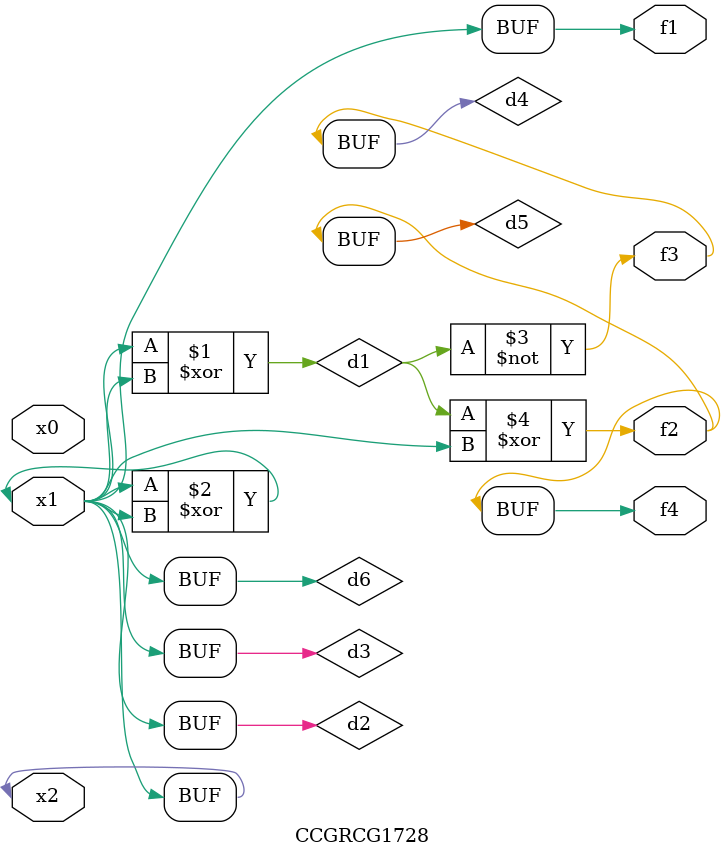
<source format=v>
module CCGRCG1728(
	input x0, x1, x2,
	output f1, f2, f3, f4
);

	wire d1, d2, d3, d4, d5, d6;

	xor (d1, x1, x2);
	buf (d2, x1, x2);
	xor (d3, x1, x2);
	nor (d4, d1);
	xor (d5, d1, d2);
	buf (d6, d2, d3);
	assign f1 = d6;
	assign f2 = d5;
	assign f3 = d4;
	assign f4 = d5;
endmodule

</source>
